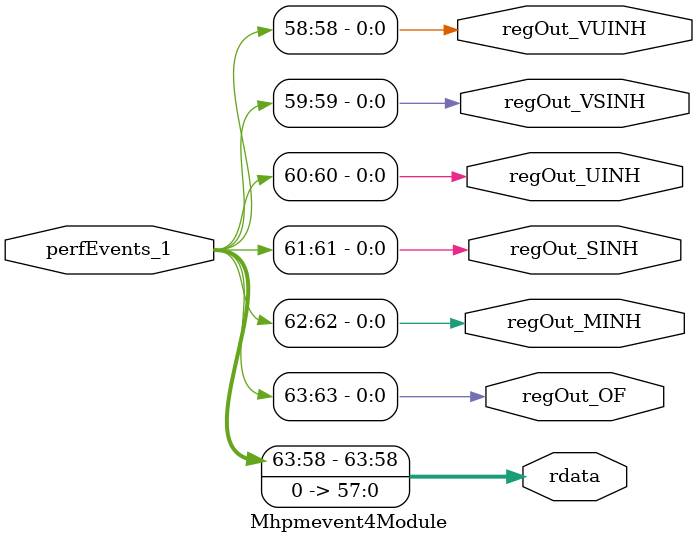
<source format=v>
`ifndef RANDOMIZE
  `ifdef RANDOMIZE_MEM_INIT
    `define RANDOMIZE
  `endif // RANDOMIZE_MEM_INIT
`endif // not def RANDOMIZE
`ifndef RANDOMIZE
  `ifdef RANDOMIZE_REG_INIT
    `define RANDOMIZE
  `endif // RANDOMIZE_REG_INIT
`endif // not def RANDOMIZE
`ifndef RANDOM
  `define RANDOM $random
`endif // not def RANDOM
// Users can define INIT_RANDOM as general code that gets injected into the
// initializer block for modules with registers.
`ifndef INIT_RANDOM
  `define INIT_RANDOM
`endif // not def INIT_RANDOM
// If using random initialization, you can also define RANDOMIZE_DELAY to
// customize the delay used, otherwise 0.002 is used.
`ifndef RANDOMIZE_DELAY
  `define RANDOMIZE_DELAY 0.002
`endif // not def RANDOMIZE_DELAY
// Define INIT_RANDOM_PROLOG_ for use in our modules below.
`ifndef INIT_RANDOM_PROLOG_
  `ifdef RANDOMIZE
    `ifdef VERILATOR
      `define INIT_RANDOM_PROLOG_ `INIT_RANDOM
    `else  // VERILATOR
      `define INIT_RANDOM_PROLOG_ `INIT_RANDOM #`RANDOMIZE_DELAY begin end
    `endif // VERILATOR
  `else  // RANDOMIZE
    `define INIT_RANDOM_PROLOG_
  `endif // RANDOMIZE
`endif // not def INIT_RANDOM_PROLOG_
// Include register initializers in init blocks unless synthesis is set
`ifndef SYNTHESIS
  `ifndef ENABLE_INITIAL_REG_
    `define ENABLE_INITIAL_REG_
  `endif // not def ENABLE_INITIAL_REG_
`endif // not def SYNTHESIS
// Include rmemory initializers in init blocks unless synthesis is set
`ifndef SYNTHESIS
  `ifndef ENABLE_INITIAL_MEM_
    `define ENABLE_INITIAL_MEM_
  `endif // not def ENABLE_INITIAL_MEM_
`endif // not def SYNTHESIS
module Mhpmevent4Module(
  output [63:0] rdata,
  output        regOut_OF,
  output        regOut_MINH,
  output        regOut_SINH,
  output        regOut_UINH,
  output        regOut_VSINH,
  output        regOut_VUINH,
  input  [63:0] perfEvents_1
);

  assign rdata = {perfEvents_1[63:58], 58'h0};
  assign regOut_OF = perfEvents_1[63];
  assign regOut_MINH = perfEvents_1[62];
  assign regOut_SINH = perfEvents_1[61];
  assign regOut_UINH = perfEvents_1[60];
  assign regOut_VSINH = perfEvents_1[59];
  assign regOut_VUINH = perfEvents_1[58];
endmodule


</source>
